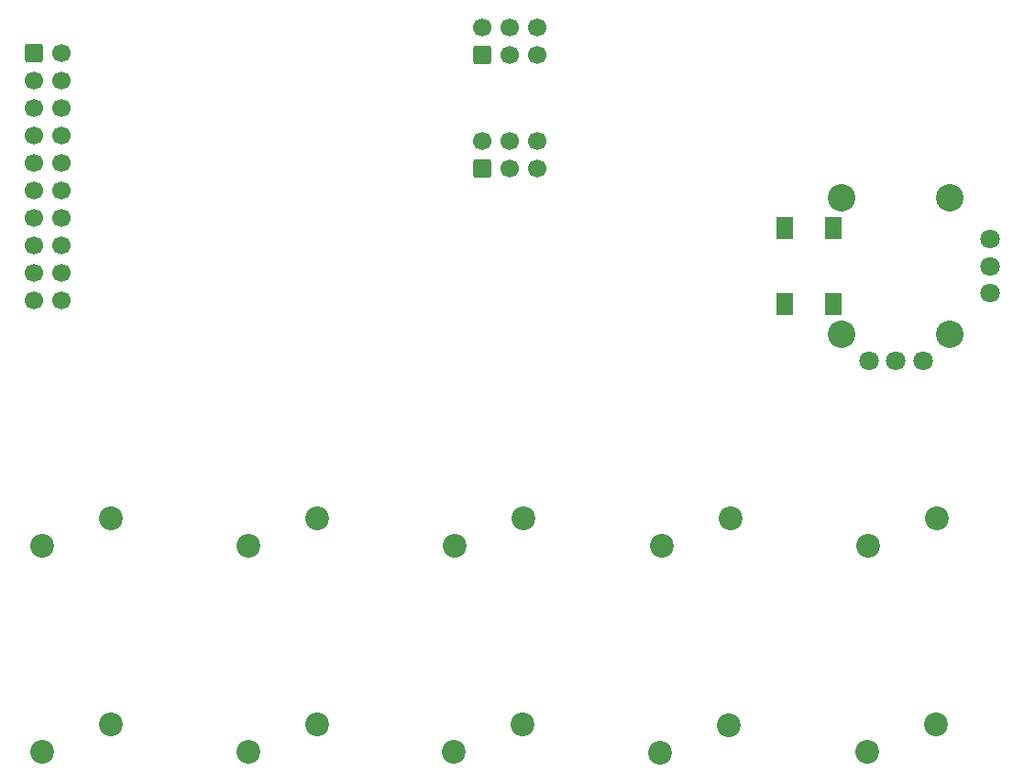
<source format=gbr>
%TF.GenerationSoftware,KiCad,Pcbnew,9.0.3*%
%TF.CreationDate,2025-08-24T22:33:59+02:00*%
%TF.ProjectId,test,74657374-2e6b-4696-9361-645f70636258,rev?*%
%TF.SameCoordinates,Original*%
%TF.FileFunction,Soldermask,Top*%
%TF.FilePolarity,Negative*%
%FSLAX46Y46*%
G04 Gerber Fmt 4.6, Leading zero omitted, Abs format (unit mm)*
G04 Created by KiCad (PCBNEW 9.0.3) date 2025-08-24 22:33:59*
%MOMM*%
%LPD*%
G01*
G04 APERTURE LIST*
G04 Aperture macros list*
%AMRoundRect*
0 Rectangle with rounded corners*
0 $1 Rounding radius*
0 $2 $3 $4 $5 $6 $7 $8 $9 X,Y pos of 4 corners*
0 Add a 4 corners polygon primitive as box body*
4,1,4,$2,$3,$4,$5,$6,$7,$8,$9,$2,$3,0*
0 Add four circle primitives for the rounded corners*
1,1,$1+$1,$2,$3*
1,1,$1+$1,$4,$5*
1,1,$1+$1,$6,$7*
1,1,$1+$1,$8,$9*
0 Add four rect primitives between the rounded corners*
20,1,$1+$1,$2,$3,$4,$5,0*
20,1,$1+$1,$4,$5,$6,$7,0*
20,1,$1+$1,$6,$7,$8,$9,0*
20,1,$1+$1,$8,$9,$2,$3,0*%
G04 Aperture macros list end*
%ADD10C,2.200000*%
%ADD11RoundRect,0.250000X0.600000X-0.600000X0.600000X0.600000X-0.600000X0.600000X-0.600000X-0.600000X0*%
%ADD12C,1.700000*%
%ADD13RoundRect,0.250000X-0.600000X-0.600000X0.600000X-0.600000X0.600000X0.600000X-0.600000X0.600000X0*%
%ADD14C,2.540000*%
%ADD15R,1.500000X2.000000*%
%ADD16C,1.800000*%
G04 APERTURE END LIST*
D10*
%TO.C,SW2*%
X99110800Y-153289000D03*
X105460800Y-150749000D03*
%TD*%
D11*
%TO.C,J2*%
X63495000Y-99304500D03*
D12*
X63495000Y-96764500D03*
X66035000Y-99304500D03*
X66035000Y-96764500D03*
X68575000Y-99304500D03*
X68575000Y-96764500D03*
%TD*%
D11*
%TO.C,J1*%
X63495000Y-88839700D03*
D12*
X63495000Y-86299700D03*
X66035000Y-88839700D03*
X66035000Y-86299700D03*
X68575000Y-88839700D03*
X68575000Y-86299700D03*
%TD*%
%TO.C,J6*%
X24638000Y-88646000D03*
X24638000Y-91186000D03*
X24638000Y-93726000D03*
X24638000Y-96266000D03*
X24638000Y-98806000D03*
X24638000Y-101346000D03*
X24638000Y-103886000D03*
X24638000Y-106426000D03*
X24638000Y-108966000D03*
X24638000Y-111506000D03*
X22098000Y-111506000D03*
X22098000Y-108966000D03*
X22098000Y-106426000D03*
X22098000Y-103886000D03*
X22098000Y-101346000D03*
X22098000Y-98806000D03*
X22098000Y-96266000D03*
X22098000Y-93726000D03*
X22098000Y-91186000D03*
D13*
X22098000Y-88646000D03*
%TD*%
D10*
%TO.C,SW7*%
X41960800Y-134213600D03*
X48310800Y-131673600D03*
%TD*%
%TO.C,SW4*%
X41910000Y-153263600D03*
X48260000Y-150723600D03*
%TD*%
%TO.C,SW5*%
X60883800Y-153289000D03*
X67233800Y-150749000D03*
%TD*%
%TO.C,SW3*%
X22910800Y-153263600D03*
X29260800Y-150723600D03*
%TD*%
%TO.C,SW6*%
X22910800Y-134213600D03*
X29260800Y-131673600D03*
%TD*%
%TO.C,SW10*%
X99212400Y-134213600D03*
X105562400Y-131673600D03*
%TD*%
D14*
%TO.C,U5*%
X96725200Y-102041000D03*
X106725200Y-102041000D03*
X106725200Y-114691000D03*
X96725200Y-114691000D03*
D15*
X95975200Y-111866000D03*
X95975200Y-104866000D03*
X91475200Y-104866000D03*
X91475200Y-111866000D03*
D16*
X110455200Y-105866000D03*
X110455200Y-108366000D03*
X110455200Y-110866000D03*
X104225200Y-117096000D03*
X101725200Y-117096000D03*
X99225200Y-117096000D03*
%TD*%
D10*
%TO.C,SW1*%
X86283800Y-150774400D03*
X79933800Y-153314400D03*
%TD*%
%TO.C,SW8*%
X61010800Y-134213600D03*
X67360800Y-131673600D03*
%TD*%
%TO.C,SW9*%
X86461600Y-131673600D03*
X80111600Y-134213600D03*
%TD*%
M02*

</source>
